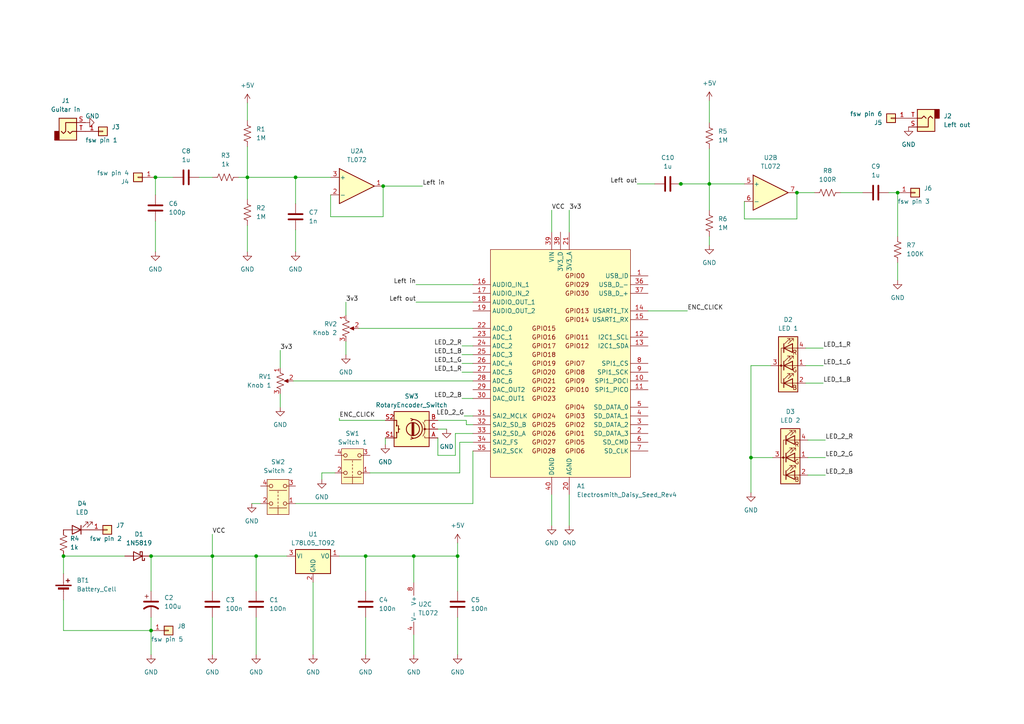
<source format=kicad_sch>
(kicad_sch (version 20230121) (generator eeschema)
  (paper "A4")
  (title_block (title "DaisyPdal") (rev "0.1"))
  (lib_symbols
    (symbol "Amplifier_Operational:TL072" (pin_names (offset 0.127))
      (property "Reference" "U" (at 0 5.08 0))
      (property "Value" "TL072" (at 0 -5.08 0))
      (symbol "TL072_1_1"
        (polyline (pts (xy -5.08 5.08) (xy 5.08 0) (xy -5.08 -5.08) (xy -5.08 5.08)) (stroke (width 0.254)) (fill (type background)))
        (pin output line (at 7.62 0 180) (length 2.54) (name "~") (number "1"))
        (pin input line (at -7.62 -2.54 0) (length 2.54) (name "-") (number "2"))
        (pin input line (at -7.62 2.54 0) (length 2.54) (name "+") (number "3"))
      )
      (symbol "TL072_2_1"
        (polyline (pts (xy -5.08 5.08) (xy 5.08 0) (xy -5.08 -5.08) (xy -5.08 5.08)) (stroke (width 0.254)) (fill (type background)))
        (pin input line (at -7.62 2.54 0) (length 2.54) (name "+") (number "5"))
        (pin input line (at -7.62 -2.54 0) (length 2.54) (name "-") (number "6"))
        (pin output line (at 7.62 0 180) (length 2.54) (name "~") (number "7"))
      )
      (symbol "TL072_3_1"
        (pin power_in line (at -2.54 -7.62 90) (length 3.81) (name "V-") (number "4"))
        (pin power_in line (at -2.54 7.62 270) (length 3.81) (name "V+") (number "8"))
      )
    )
    (symbol "Connector_Audio:AudioJack2"
      (property "Reference" "J" (at 0 8.89 0))
      (property "Value" "AudioJack2" (at 0 6.35 0))
      (symbol "AudioJack2_0_1"
        (rectangle (start -3.81 0) (end -2.54 -2.54) (stroke (width 0.254)) (fill (type outline)))
        (rectangle (start -2.54 3.81) (end 2.54 -2.54) (stroke (width 0.254)) (fill (type background)))
        (polyline (pts (xy 0 0) (xy 0.635 -0.635) (xy 1.27 0) (xy 2.54 0)) (stroke (width 0.254)))
        (polyline (pts (xy 2.54 2.54) (xy -0.635 2.54) (xy -0.635 0) (xy -1.27 -0.635) (xy -1.905 0)) (stroke (width 0.254)))
      )
      (symbol "AudioJack2_1_1"
        (pin passive line (at 5.08 2.54 180) (length 2.54) (name "~") (number "S"))
        (pin passive line (at 5.08 0 180) (length 2.54) (name "~") (number "T"))
      )
    )
    (symbol "Connector_Generic:Conn_01x01" (pin_names (offset 1.016) hide)
      (property "Reference" "J" (at 0 2.54 0))
      (property "Value" "Conn_01x01" (at 0 -2.54 0))
      (symbol "Conn_01x01_1_1"
        (rectangle (start -1.27 0.127) (end 0 -0.127) (stroke (width 0.1524)))
        (rectangle (start -1.27 1.27) (end 1.27 -1.27) (stroke (width 0.254)) (fill (type background)))
        (pin passive line (at -5.08 0 0) (length 3.81) (name "Pin_1") (number "1"))
      )
    )
    (symbol "Device:Battery_Cell" (pin_numbers hide) (pin_names (offset 0) hide)
      (property "Reference" "BT" (at 2.54 2.54 0))
      (property "Value" "Battery_Cell" (at 2.54 0 0))
      (symbol "Battery_Cell_0_1"
        (rectangle (start -2.286 1.778) (end 2.286 1.524) (fill (type outline)))
        (rectangle (start -1.524 1.016) (end 1.524 0.508) (fill (type outline)))
        (polyline (pts (xy 0 0.762) (xy 0 0)))
        (polyline (pts (xy 0 1.778) (xy 0 2.54)))
        (polyline (pts (xy 0.762 3.048) (xy 1.778 3.048)) (stroke (width 0.254)))
        (polyline (pts (xy 1.27 3.556) (xy 1.27 2.54)) (stroke (width 0.254)))
      )
      (symbol "Battery_Cell_1_1"
        (pin passive line (at 0 5.08 270) (length 2.54) (name "+") (number "1"))
        (pin passive line (at 0 -2.54 90) (length 2.54) (name "-") (number "2"))
      )
    )
    (symbol "Device:C" (pin_numbers hide) (pin_names (offset 0.254))
      (property "Reference" "C" (at 0.635 2.54 0))
      (property "Value" "C" (at 0.635 -2.54 0))
      (symbol "C_0_1"
        (polyline (pts (xy -2.032 -0.762) (xy 2.032 -0.762)) (stroke (width 0.508)))
        (polyline (pts (xy -2.032 0.762) (xy 2.032 0.762)) (stroke (width 0.508)))
      )
      (symbol "C_1_1"
        (pin passive line (at 0 3.81 270) (length 2.794) (name "~") (number "1"))
        (pin passive line (at 0 -3.81 90) (length 2.794) (name "~") (number "2"))
      )
    )
    (symbol "Device:C_Polarized_US" (pin_numbers hide) (pin_names (offset 0.254) hide)
      (property "Reference" "C" (at 0.635 2.54 0))
      (property "Value" "C_Polarized_US" (at 0.635 -2.54 0))
      (symbol "C_Polarized_US_0_1"
        (polyline (pts (xy -2.032 0.762) (xy 2.032 0.762)) (stroke (width 0.508)))
        (polyline (pts (xy -1.778 2.286) (xy -0.762 2.286)))
        (polyline (pts (xy -1.27 1.778) (xy -1.27 2.794)))
        (arc (start 2.032 -1.27) (mid 0 -0.5572) (end -2.032 -1.27) (stroke (width 0.508)))
      )
      (symbol "C_Polarized_US_1_1"
        (pin passive line (at 0 3.81 270) (length 2.794) (name "~") (number "1"))
        (pin passive line (at 0 -3.81 90) (length 3.302) (name "~") (number "2"))
      )
    )
    (symbol "Device:LED" (pin_numbers hide) (pin_names (offset 1.016) hide)
      (property "Reference" "D" (at 0 2.54 0))
      (property "Value" "LED" (at 0 -2.54 0))
      (symbol "LED_0_1"
        (polyline (pts (xy -1.27 -1.27) (xy -1.27 1.27)) (stroke (width 0.254)))
        (polyline (pts (xy -1.27 0) (xy 1.27 0)))
        (polyline (pts (xy 1.27 -1.27) (xy 1.27 1.27) (xy -1.27 0) (xy 1.27 -1.27)) (stroke (width 0.254)))
        (polyline (pts (xy -3.048 -0.762) (xy -4.572 -2.286) (xy -3.81 -2.286) (xy -4.572 -2.286) (xy -4.572 -1.524)))
        (polyline (pts (xy -1.778 -0.762) (xy -3.302 -2.286) (xy -2.54 -2.286) (xy -3.302 -2.286) (xy -3.302 -1.524)))
      )
      (symbol "LED_1_1"
        (pin passive line (at -3.81 0 0) (length 2.54) (name "K") (number "1"))
        (pin passive line (at 3.81 0 180) (length 2.54) (name "A") (number "2"))
      )
    )
    (symbol "Device:LED_GBKR" (pin_names (offset 0) hide)
      (property "Reference" "D" (at 0 9.398 0))
      (property "Value" "LED_GBKR" (at 0 -8.89 0))
      (symbol "LED_GBKR_0_0"
        (text "B" (at 1.905 -6.35 0) (effects (font (size 1.27 1.27))))
        (text "G" (at 1.905 -1.27 0) (effects (font (size 1.27 1.27))))
        (text "R" (at 1.905 3.81 0) (effects (font (size 1.27 1.27))))
      )
      (symbol "LED_GBKR_0_1"
        (circle (center -2.032 0) (radius 0.254) (fill (type outline)))
        (polyline (pts (xy -1.27 -5.08) (xy 1.27 -5.08)))
        (polyline (pts (xy -1.27 -3.81) (xy -1.27 -6.35)) (stroke (width 0.254)))
        (polyline (pts (xy -1.27 0) (xy -2.54 0)))
        (polyline (pts (xy -1.27 1.27) (xy -1.27 -1.27)) (stroke (width 0.254)))
        (polyline (pts (xy -1.27 5.08) (xy 1.27 5.08)))
        (polyline (pts (xy -1.27 6.35) (xy -1.27 3.81)) (stroke (width 0.254)))
        (polyline (pts (xy 1.27 -5.08) (xy 2.54 -5.08)))
        (polyline (pts (xy 1.27 0) (xy -1.27 0)))
        (polyline (pts (xy 1.27 0) (xy 2.54 0)))
        (polyline (pts (xy 1.27 5.08) (xy 2.54 5.08)))
        (polyline (pts (xy -1.27 1.27) (xy -1.27 -1.27) (xy -1.27 -1.27)))
        (polyline (pts (xy -1.27 6.35) (xy -1.27 3.81) (xy -1.27 3.81)))
        (polyline (pts (xy -1.27 5.08) (xy -2.032 5.08) (xy -2.032 -5.08) (xy -1.016 -5.08)))
        (polyline (pts (xy 1.27 -3.81) (xy 1.27 -6.35) (xy -1.27 -5.08) (xy 1.27 -3.81)) (stroke (width 0.254)))
        (polyline (pts (xy 1.27 1.27) (xy 1.27 -1.27) (xy -1.27 0) (xy 1.27 1.27)) (stroke (width 0.254)))
        (polyline (pts (xy 1.27 6.35) (xy 1.27 3.81) (xy -1.27 5.08) (xy 1.27 6.35)) (stroke (width 0.254)))
        (polyline (pts (xy -1.016 -3.81) (xy 0.508 -2.286) (xy -0.254 -2.286) (xy 0.508 -2.286) (xy 0.508 -3.048)))
        (polyline (pts (xy -1.016 1.27) (xy 0.508 2.794) (xy -0.254 2.794) (xy 0.508 2.794) (xy 0.508 2.032)))
        (polyline (pts (xy -1.016 6.35) (xy 0.508 7.874) (xy -0.254 7.874) (xy 0.508 7.874) (xy 0.508 7.112)))
        (polyline (pts (xy 0 -3.81) (xy 1.524 -2.286) (xy 0.762 -2.286) (xy 1.524 -2.286) (xy 1.524 -3.048)))
        (polyline (pts (xy 0 1.27) (xy 1.524 2.794) (xy 0.762 2.794) (xy 1.524 2.794) (xy 1.524 2.032)))
        (polyline (pts (xy 0 6.35) (xy 1.524 7.874) (xy 0.762 7.874) (xy 1.524 7.874) (xy 1.524 7.112)))
        (rectangle (start 1.27 -1.27) (end 1.27 1.27))
        (rectangle (start 1.27 1.27) (end 1.27 1.27))
        (rectangle (start 1.27 3.81) (end 1.27 6.35))
        (rectangle (start 1.27 6.35) (end 1.27 6.35))
        (rectangle (start 2.794 8.382) (end -2.794 -7.62) (stroke (width 0.254)) (fill (type background)))
      )
      (symbol "LED_GBKR_1_1"
        (pin passive line (at 5.08 0 180) (length 2.54) (name "GA") (number "1"))
        (pin passive line (at 5.08 -5.08 180) (length 2.54) (name "BA") (number "2"))
        (pin passive line (at -5.08 0 0) (length 2.54) (name "K") (number "3"))
        (pin passive line (at 5.08 5.08 180) (length 2.54) (name "RA") (number "4"))
      )
    )
    (symbol "Device:R_Potentiometer_US" (pin_names (offset 1.016) hide)
      (property "Reference" "RV" (at -4.445 0 90))
      (property "Value" "R_Potentiometer_US" (at -2.54 0 90))
      (symbol "R_Potentiometer_US_0_1"
        (polyline (pts (xy 0 -2.286) (xy 0 -2.54)))
        (polyline (pts (xy 0 2.54) (xy 0 2.286)))
        (polyline (pts (xy 2.54 0) (xy 1.524 0)))
        (polyline (pts (xy 1.143 0) (xy 2.286 0.508) (xy 2.286 -0.508) (xy 1.143 0)) (fill (type outline)))
        (polyline (pts (xy 0 -0.762) (xy 1.016 -1.143) (xy 0 -1.524) (xy -1.016 -1.905) (xy 0 -2.286)))
        (polyline (pts (xy 0 0.762) (xy 1.016 0.381) (xy 0 0) (xy -1.016 -0.381) (xy 0 -0.762)))
        (polyline (pts (xy 0 2.286) (xy 1.016 1.905) (xy 0 1.524) (xy -1.016 1.143) (xy 0 0.762)))
      )
      (symbol "R_Potentiometer_US_1_1"
        (pin passive line (at 0 3.81 270) (length 1.27) (name "1") (number "1"))
        (pin passive line (at 3.81 0 180) (length 1.27) (name "2") (number "2"))
        (pin passive line (at 0 -3.81 90) (length 1.27) (name "3") (number "3"))
      )
    )
    (symbol "Device:R_US" (pin_numbers hide) (pin_names (offset 0))
      (property "Reference" "R" (at 2.54 0 90))
      (property "Value" "R_US" (at -2.54 0 90))
      (symbol "R_US_0_1"
        (polyline (pts (xy 0 -2.286) (xy 0 -2.54)))
        (polyline (pts (xy 0 2.286) (xy 0 2.54)))
        (polyline (pts (xy 0 -0.762) (xy 1.016 -1.143) (xy 0 -1.524) (xy -1.016 -1.905) (xy 0 -2.286)))
        (polyline (pts (xy 0 0.762) (xy 1.016 0.381) (xy 0 0) (xy -1.016 -0.381) (xy 0 -0.762)))
        (polyline (pts (xy 0 2.286) (xy 1.016 1.905) (xy 0 1.524) (xy -1.016 1.143) (xy 0 0.762)))
      )
      (symbol "R_US_1_1"
        (pin passive line (at 0 3.81 270) (length 1.27) (name "~") (number "1"))
        (pin passive line (at 0 -3.81 90) (length 1.27) (name "~") (number "2"))
      )
    )
    (symbol "Device:RotaryEncoder_Switch" (pin_names (offset 0.254) hide)
      (property "Reference" "SW" (at 0 6.604 0))
      (property "Value" "RotaryEncoder_Switch" (at 0 -6.604 0))
      (symbol "RotaryEncoder_Switch_0_1"
        (rectangle (start -5.08 5.08) (end 5.08 -5.08) (stroke (width 0.254)) (fill (type background)))
        (circle (center -3.81 0) (radius 0.254) (fill (type outline)))
        (circle (center -0.381 0) (radius 1.905) (stroke (width 0.254)))
        (arc (start -0.381 2.667) (mid -3.0988 -0.0635) (end -0.381 -2.794) (stroke (width 0.254)))
        (polyline (pts (xy -0.635 -1.778) (xy -0.635 1.778)) (stroke (width 0.254)))
        (polyline (pts (xy -0.381 -1.778) (xy -0.381 1.778)) (stroke (width 0.254)))
        (polyline (pts (xy -0.127 1.778) (xy -0.127 -1.778)) (stroke (width 0.254)))
        (polyline (pts (xy 3.81 0) (xy 3.429 0)) (stroke (width 0.254)))
        (polyline (pts (xy 3.81 1.016) (xy 3.81 -1.016)) (stroke (width 0.254)))
        (polyline (pts (xy -5.08 -2.54) (xy -3.81 -2.54) (xy -3.81 -2.032)))
        (polyline (pts (xy -5.08 2.54) (xy -3.81 2.54) (xy -3.81 2.032)))
        (polyline (pts (xy 0.254 -3.048) (xy -0.508 -2.794) (xy 0.127 -2.413)) (stroke (width 0.254)))
        (polyline (pts (xy 0.254 2.921) (xy -0.508 2.667) (xy 0.127 2.286)) (stroke (width 0.254)))
        (polyline (pts (xy 5.08 -2.54) (xy 4.318 -2.54) (xy 4.318 -1.016)) (stroke (width 0.254)))
        (polyline (pts (xy 5.08 2.54) (xy 4.318 2.54) (xy 4.318 1.016)) (stroke (width 0.254)))
        (polyline (pts (xy -5.08 0) (xy -3.81 0) (xy -3.81 -1.016) (xy -3.302 -2.032)))
        (polyline (pts (xy -4.318 0) (xy -3.81 0) (xy -3.81 1.016) (xy -3.302 2.032)))
        (circle (center 4.318 -1.016) (radius 0.127) (stroke (width 0.254)))
        (circle (center 4.318 1.016) (radius 0.127) (stroke (width 0.254)))
      )
      (symbol "RotaryEncoder_Switch_1_1"
        (pin passive line (at -7.62 2.54 0) (length 2.54) (name "A") (number "A"))
        (pin passive line (at -7.62 -2.54 0) (length 2.54) (name "B") (number "B"))
        (pin passive line (at -7.62 0 0) (length 2.54) (name "C") (number "C"))
        (pin passive line (at 7.62 2.54 180) (length 2.54) (name "S1") (number "S1"))
        (pin passive line (at 7.62 -2.54 180) (length 2.54) (name "S2") (number "S2"))
      )
    )
    (symbol "Diode:1N5819" (pin_numbers hide) (pin_names (offset 1.016) hide)
      (property "Reference" "D" (at 0 2.54 0))
      (property "Value" "1N5819" (at 0 -2.54 0))
      (symbol "1N5819_0_1"
        (polyline (pts (xy 1.27 0) (xy -1.27 0)))
        (polyline (pts (xy 1.27 1.27) (xy 1.27 -1.27) (xy -1.27 0) (xy 1.27 1.27)) (stroke (width 0.254)))
        (polyline (pts (xy -1.905 0.635) (xy -1.905 1.27) (xy -1.27 1.27) (xy -1.27 -1.27) (xy -0.635 -1.27) (xy -0.635 -0.635)) (stroke (width 0.254)))
      )
      (symbol "1N5819_1_1"
        (pin passive line (at -3.81 0 0) (length 2.54) (name "K") (number "1"))
        (pin passive line (at 3.81 0 180) (length 2.54) (name "A") (number "2"))
      )
    )
    (symbol "MCU_Module:Electrosmith_Daisy_Seed_Rev4"
      (property "Reference" "A" (at -20.32 34.29 0))
      (property "Value" "Electrosmith_Daisy_Seed_Rev4" (at 33.02 34.29 0))
      (symbol "Electrosmith_Daisy_Seed_Rev4_0_0"
        (text "GPIO0" (at 1.27 25.4 0) (effects (font (size 1.27 1.27)) (justify left)))
        (text "GPIO1" (at 1.27 -20.32 0) (effects (font (size 1.27 1.27)) (justify left)))
        (text "GPIO10" (at 1.27 -7.62 0) (effects (font (size 1.27 1.27)) (justify left)))
        (text "GPIO11" (at 1.27 7.62 0) (effects (font (size 1.27 1.27)) (justify left)))
        (text "GPIO12" (at 1.27 5.08 0) (effects (font (size 1.27 1.27)) (justify left)))
        (text "GPIO13" (at 1.27 15.24 0) (effects (font (size 1.27 1.27)) (justify left)))
        (text "GPIO14" (at 1.27 12.7 0) (effects (font (size 1.27 1.27)) (justify left)))
        (text "GPIO15" (at -1.27 10.16 0) (effects (font (size 1.27 1.27)) (justify right)))
        (text "GPIO16" (at -1.27 7.62 0) (effects (font (size 1.27 1.27)) (justify right)))
        (text "GPIO17" (at -1.27 5.08 0) (effects (font (size 1.27 1.27)) (justify right)))
        (text "GPIO18" (at -1.27 2.54 0) (effects (font (size 1.27 1.27)) (justify right)))
        (text "GPIO19" (at -1.27 0 0) (effects (font (size 1.27 1.27)) (justify right)))
        (text "GPIO2" (at 1.27 -17.78 0) (effects (font (size 1.27 1.27)) (justify left)))
        (text "GPIO20" (at -1.27 -2.54 0) (effects (font (size 1.27 1.27)) (justify right)))
        (text "GPIO21" (at -1.27 -5.08 0) (effects (font (size 1.27 1.27)) (justify right)))
        (text "GPIO22" (at -1.27 -7.62 0) (effects (font (size 1.27 1.27)) (justify right)))
        (text "GPIO23" (at -1.27 -10.16 0) (effects (font (size 1.27 1.27)) (justify right)))
        (text "GPIO24" (at -1.27 -15.24 0) (effects (font (size 1.27 1.27)) (justify right)))
        (text "GPIO25" (at -1.27 -17.78 0) (effects (font (size 1.27 1.27)) (justify right)))
        (text "GPIO26" (at -1.27 -20.32 0) (effects (font (size 1.27 1.27)) (justify right)))
        (text "GPIO27" (at -1.27 -22.86 0) (effects (font (size 1.27 1.27)) (justify right)))
        (text "GPIO28" (at -1.27 -25.4 0) (effects (font (size 1.27 1.27)) (justify right)))
        (text "GPIO29" (at 1.27 22.86 0) (effects (font (size 1.27 1.27)) (justify left)))
        (text "GPIO3" (at 1.27 -15.24 0) (effects (font (size 1.27 1.27)) (justify left)))
        (text "GPIO30" (at 1.27 20.32 0) (effects (font (size 1.27 1.27)) (justify left)))
        (text "GPIO4" (at 1.27 -12.7 0) (effects (font (size 1.27 1.27)) (justify left)))
        (text "GPIO5" (at 1.27 -22.86 0) (effects (font (size 1.27 1.27)) (justify left)))
        (text "GPIO6" (at 1.27 -25.4 0) (effects (font (size 1.27 1.27)) (justify left)))
        (text "GPIO7" (at 1.27 0 0) (effects (font (size 1.27 1.27)) (justify left)))
        (text "GPIO8" (at 1.27 -2.54 0) (effects (font (size 1.27 1.27)) (justify left)))
        (text "GPIO9" (at 1.27 -5.08 0) (effects (font (size 1.27 1.27)) (justify left)))
        (pin bidirectional line (at 25.4 25.4 180) (length 5.08) (name "USB_ID") (number "1"))
        (pin bidirectional line (at 25.4 -5.08 180) (length 5.08) (name "SPI1_POCI") (number "10"))
        (pin bidirectional line (at 25.4 -7.62 180) (length 5.08) (name "SPI1_PICO") (number "11"))
        (pin bidirectional line (at 25.4 7.62 180) (length 5.08) (name "I2C1_SCL") (number "12"))
        (pin bidirectional line (at 25.4 5.08 180) (length 5.08) (name "I2C1_SDA") (number "13"))
        (pin bidirectional line (at 25.4 15.24 180) (length 5.08) (name "USART1_TX") (number "14"))
        (pin bidirectional line (at 25.4 12.7 180) (length 5.08) (name "USART1_RX") (number "15"))
        (pin input line (at -25.4 22.86 0) (length 5.08) (name "AUDIO_IN_1") (number "16"))
        (pin input line (at -25.4 20.32 0) (length 5.08) (name "AUDIO_IN_2") (number "17"))
        (pin output line (at -25.4 17.78 0) (length 5.08) (name "AUDIO_OUT_1") (number "18"))
        (pin output line (at -25.4 15.24 0) (length 5.08) (name "AUDIO_OUT_2") (number "19"))
        (pin bidirectional line (at 25.4 -20.32 180) (length 5.08) (name "SD_DATA_3") (number "2"))
        (pin power_in line (at 2.54 -38.1 90) (length 5.08) (name "AGND") (number "20"))
        (pin power_out line (at 2.54 38.1 270) (length 5.08) (name "3V3_A") (number "21"))
        (pin bidirectional line (at -25.4 10.16 0) (length 5.08) (name "ADC_0") (number "22"))
        (pin bidirectional line (at -25.4 7.62 0) (length 5.08) (name "ADC_1") (number "23"))
        (pin bidirectional line (at -25.4 5.08 0) (length 5.08) (name "ADC_2") (number "24"))
        (pin bidirectional line (at -25.4 2.54 0) (length 5.08) (name "ADC_3") (number "25"))
        (pin bidirectional line (at -25.4 0 0) (length 5.08) (name "ADC_4") (number "26"))
        (pin bidirectional line (at -25.4 -2.54 0) (length 5.08) (name "ADC_5") (number "27"))
        (pin bidirectional line (at -25.4 -5.08 0) (length 5.08) (name "ADC_6") (number "28"))
        (pin bidirectional line (at -25.4 -7.62 0) (length 5.08) (name "DAC_OUT2") (number "29"))
        (pin bidirectional line (at 25.4 -17.78 180) (length 5.08) (name "SD_DATA_2") (number "3"))
        (pin bidirectional line (at -25.4 -10.16 0) (length 5.08) (name "DAC_OUT1") (number "30"))
        (pin bidirectional line (at -25.4 -15.24 0) (length 5.08) (name "SAI2_MCLK") (number "31"))
        (pin bidirectional line (at -25.4 -17.78 0) (length 5.08) (name "SAI2_SD_B") (number "32"))
        (pin bidirectional line (at -25.4 -20.32 0) (length 5.08) (name "SAI2_SD_A") (number "33"))
        (pin bidirectional line (at -25.4 -22.86 0) (length 5.08) (name "SAI2_FS") (number "34"))
        (pin bidirectional line (at -25.4 -25.4 0) (length 5.08) (name "SAI2_SCK") (number "35"))
        (pin bidirectional line (at 25.4 22.86 180) (length 5.08) (name "USB_D_-") (number "36"))
        (pin bidirectional line (at 25.4 20.32 180) (length 5.08) (name "USB_D_+") (number "37"))
        (pin power_out line (at 0 38.1 270) (length 5.08) (name "3V3_D") (number "38"))
        (pin power_in line (at -2.54 38.1 270) (length 5.08) (name "VIN") (number "39"))
        (pin bidirectional line (at 25.4 -15.24 180) (length 5.08) (name "SD_DATA_1") (number "4"))
        (pin power_in line (at -2.54 -38.1 90) (length 5.08) (name "DGND") (number "40"))
        (pin bidirectional line (at 25.4 -12.7 180) (length 5.08) (name "SD_DATA_0") (number "5"))
        (pin bidirectional line (at 25.4 -22.86 180) (length 5.08) (name "SD_CMD") (number "6"))
        (pin bidirectional line (at 25.4 -25.4 180) (length 5.08) (name "SD_CLK") (number "7"))
        (pin bidirectional line (at 25.4 0 180) (length 5.08) (name "SPI1_CS") (number "8"))
        (pin bidirectional line (at 25.4 -2.54 180) (length 5.08) (name "SPI1_SCK") (number "9"))
      )
      (symbol "Electrosmith_Daisy_Seed_Rev4_0_1"
        (rectangle (start -20.32 33.02) (end 20.32 -33.02) (fill (type background)))
      )
    )
    (symbol "Regulator_Linear:L78L05_TO92" (pin_names (offset 0.254))
      (property "Reference" "U" (at -3.81 3.175 0))
      (property "Value" "L78L05_TO92" (at 0 3.175 0))
      (symbol "L78L05_TO92_0_1"
        (rectangle (start -5.08 -5.08) (end 5.08 1.905) (stroke (width 0.254)) (fill (type background)))
      )
      (symbol "L78L05_TO92_1_1"
        (pin power_out line (at 7.62 0 180) (length 2.54) (name "VO") (number "1"))
        (pin power_in line (at 0 -7.62 90) (length 2.54) (name "GND") (number "2"))
        (pin power_in line (at -7.62 0 0) (length 2.54) (name "VI") (number "3"))
      )
    )
    (symbol "Switch:SW_Push_Dual" (pin_names (offset 1.016) hide)
      (property "Reference" "SW" (at 0 7.62 0))
      (property "Value" "SW_Push_Dual" (at 0 -6.35 0))
      (symbol "SW_Push_Dual_0_1"
        (circle (center -2.032 -2.54) (radius 0.508))
        (circle (center -2.032 2.54) (radius 0.508))
        (polyline (pts (xy 0 -0.508) (xy 0 -1.016)))
        (polyline (pts (xy 0 0.508) (xy 0 0)))
        (polyline (pts (xy 0 1.016) (xy 0 1.524)))
        (polyline (pts (xy 0 2.032) (xy 0 2.54)))
        (polyline (pts (xy 0 3.048) (xy 0 3.556)))
        (polyline (pts (xy 0 3.81) (xy 0 5.588)))
        (polyline (pts (xy 2.54 -1.27) (xy -2.54 -1.27)))
        (polyline (pts (xy 2.54 3.81) (xy -2.54 3.81)))
        (circle (center 2.032 -2.54) (radius 0.508))
        (circle (center 2.032 2.54) (radius 0.508))
        (pin passive line (at -5.08 2.54 0) (length 2.54) (name "1") (number "1"))
        (pin passive line (at 5.08 2.54 180) (length 2.54) (name "2") (number "2"))
        (pin passive line (at -5.08 -2.54 0) (length 2.54) (name "3") (number "3"))
        (pin passive line (at 5.08 -2.54 180) (length 2.54) (name "4") (number "4"))
      )
      (symbol "SW_Push_Dual_1_1"
        (rectangle (start -3.175 5.715) (end 3.175 -4.445) (fill (type background)))
      )
    )
    (symbol "power:+5V" (power) (pin_names (offset 0))
      (property "Value" "+5V" (at 0 3.556 0))
      (symbol "+5V_0_1"
        (polyline (pts (xy -0.762 1.27) (xy 0 2.54)))
        (polyline (pts (xy 0 0) (xy 0 2.54)))
        (polyline (pts (xy 0 2.54) (xy 0.762 1.27)))
      )
      (symbol "+5V_1_1"
        (pin power_in line (at 0 0 90) (length 0) hide (name "+5V") (number "1"))
      )
    )
    (symbol "power:GND" (power) (pin_names (offset 0))
      (property "Value" "GND" (at 0 -3.81 0))
      (symbol "GND_0_1"
        (polyline (pts (xy 0 0) (xy 0 -1.27) (xy 1.27 -1.27) (xy 0 -2.54) (xy -1.27 -1.27) (xy 0 -1.27)))
      )
      (symbol "GND_1_1"
        (pin power_in line (at 0 0 270) (length 0) hide (name "GND") (number "1"))
      )
    )
  )
  (junction (at 71.755 51.435))
  (junction (at 197.485 53.34))
  (junction (at 231.14 55.88))
  (junction (at 45.085 51.435))
  (junction (at 205.74 53.34))
  (junction (at 217.805 132.715))
  (junction (at 43.815 161.29))
  (junction (at 18.415 161.29))
  (junction (at 61.595 161.29))
  (junction (at 260.35 55.88))
  (junction (at 132.715 161.29))
  (junction (at 85.725 51.435))
  (junction (at 106.045 161.29))
  (junction (at 74.295 161.29))
  (junction (at 111.125 53.975))
  (junction (at 43.815 182.88))
  (junction (at 120.015 161.29))
  (wire (pts (xy 215.9 63.5) (xy 215.9 58.42)))
  (wire (pts (xy 133.985 105.41) (xy 137.16 105.41)))
  (wire (pts (xy 231.14 55.88) (xy 236.22 55.88)))
  (wire (pts (xy 243.84 55.88) (xy 250.19 55.88)))
  (wire (pts (xy 120.015 161.29) (xy 132.715 161.29)))
  (wire (pts (xy 137.16 128.27) (xy 133.35 128.27)))
  (wire (pts (xy 133.985 107.95) (xy 137.16 107.95)))
  (wire (pts (xy 127 127) (xy 127 132.08)))
  (wire (pts (xy 234.315 132.715) (xy 239.395 132.715)))
  (wire (pts (xy 18.415 182.88) (xy 43.815 182.88)))
  (wire (pts (xy 132.715 157.48) (xy 132.715 161.29)))
  (wire (pts (xy 98.425 121.285) (xy 98.425 121.92)))
  (wire (pts (xy 197.485 53.34) (xy 205.74 53.34)))
  (wire (pts (xy 18.415 166.37) (xy 18.415 161.29)))
  (wire (pts (xy 133.985 100.33) (xy 137.16 100.33)))
  (wire (pts (xy 184.785 53.34) (xy 189.865 53.34)))
  (wire (pts (xy 43.815 179.07) (xy 43.815 182.88)))
  (wire (pts (xy 205.74 29.21) (xy 205.74 35.56)))
  (wire (pts (xy 98.425 161.29) (xy 106.045 161.29)))
  (wire (pts (xy 234.315 127.635) (xy 239.395 127.635)))
  (wire (pts (xy 71.755 29.845) (xy 71.755 34.925)))
  (wire (pts (xy 160.02 60.96) (xy 160.02 67.31)))
  (wire (pts (xy 233.68 106.045) (xy 238.76 106.045)))
  (wire (pts (xy 127 121.92) (xy 135.255 121.92)))
  (wire (pts (xy 43.815 182.88) (xy 43.815 189.865)))
  (wire (pts (xy 233.68 100.965) (xy 238.76 100.965)))
  (wire (pts (xy 61.595 179.07) (xy 61.595 189.865)))
  (wire (pts (xy 45.085 51.435) (xy 45.085 56.515)))
  (wire (pts (xy 205.74 68.58) (xy 205.74 71.12)))
  (wire (pts (xy 85.09 110.49) (xy 137.16 110.49)))
  (wire (pts (xy 132.08 125.73) (xy 137.16 125.73)))
  (wire (pts (xy 81.28 114.3) (xy 81.28 118.11)))
  (wire (pts (xy 73.025 146.05) (xy 75.565 146.05)))
  (wire (pts (xy 100.33 87.63) (xy 100.33 91.44)))
  (wire (pts (xy 217.805 132.715) (xy 224.155 132.715)))
  (wire (pts (xy 104.14 95.25) (xy 137.16 95.25)))
  (wire (pts (xy 90.805 168.91) (xy 90.805 189.865)))
  (wire (pts (xy 196.85 53.34) (xy 197.485 53.34)))
  (wire (pts (xy 61.595 161.29) (xy 74.295 161.29)))
  (wire (pts (xy 205.74 53.34) (xy 215.9 53.34)))
  (wire (pts (xy 260.35 68.58) (xy 260.35 55.88)))
  (wire (pts (xy 135.255 123.19) (xy 135.255 121.92)))
  (wire (pts (xy 43.815 161.29) (xy 61.595 161.29)))
  (wire (pts (xy 111.76 127) (xy 111.76 128.905)))
  (wire (pts (xy 217.805 106.045) (xy 217.805 132.715)))
  (wire (pts (xy 45.085 51.435) (xy 50.165 51.435)))
  (wire (pts (xy 187.96 90.17) (xy 199.39 90.17)))
  (wire (pts (xy 85.725 51.435) (xy 71.755 51.435)))
  (wire (pts (xy 61.595 161.29) (xy 61.595 171.45)))
  (wire (pts (xy 132.715 179.07) (xy 132.715 189.865)))
  (wire (pts (xy 205.74 43.18) (xy 205.74 53.34)))
  (wire (pts (xy 57.785 51.435) (xy 61.595 51.435)))
  (wire (pts (xy 231.14 55.88) (xy 231.14 63.5)))
  (wire (pts (xy 18.415 173.99) (xy 18.415 182.88)))
  (wire (pts (xy 132.08 125.73) (xy 132.08 132.08)))
  (wire (pts (xy 132.715 161.29) (xy 132.715 171.45)))
  (wire (pts (xy 133.985 102.87) (xy 137.16 102.87)))
  (wire (pts (xy 95.885 56.515) (xy 95.885 62.865)))
  (wire (pts (xy 160.02 143.51) (xy 160.02 152.4)))
  (wire (pts (xy 107.315 137.16) (xy 133.35 137.16)))
  (wire (pts (xy 43.815 161.29) (xy 43.815 171.45)))
  (wire (pts (xy 81.28 101.6) (xy 81.28 106.68)))
  (wire (pts (xy 85.725 146.05) (xy 137.16 146.05)))
  (wire (pts (xy 257.81 55.88) (xy 260.35 55.88)))
  (wire (pts (xy 74.295 179.07) (xy 74.295 189.865)))
  (wire (pts (xy 205.74 53.34) (xy 205.74 60.96)))
  (wire (pts (xy 165.1 143.51) (xy 165.1 152.4)))
  (wire (pts (xy 120.65 87.63) (xy 137.16 87.63)))
  (wire (pts (xy 45.085 64.135) (xy 45.085 73.025)))
  (wire (pts (xy 71.755 42.545) (xy 71.755 51.435)))
  (wire (pts (xy 111.76 121.92) (xy 98.425 121.92)))
  (wire (pts (xy 74.295 161.29) (xy 83.185 161.29)))
  (wire (pts (xy 132.08 132.08) (xy 127 132.08)))
  (wire (pts (xy 71.755 65.405) (xy 71.755 73.025)))
  (wire (pts (xy 260.35 76.2) (xy 260.35 81.28)))
  (wire (pts (xy 223.52 106.045) (xy 217.805 106.045)))
  (wire (pts (xy 165.1 60.96) (xy 165.1 67.31)))
  (wire (pts (xy 127 124.46) (xy 129.54 124.46)))
  (wire (pts (xy 71.755 51.435) (xy 71.755 57.785)))
  (wire (pts (xy 61.595 154.94) (xy 61.595 161.29)))
  (wire (pts (xy 85.725 59.055) (xy 85.725 51.435)))
  (wire (pts (xy 234.315 137.795) (xy 239.395 137.795)))
  (wire (pts (xy 231.14 63.5) (xy 215.9 63.5)))
  (wire (pts (xy 133.35 128.27) (xy 133.35 137.16)))
  (wire (pts (xy 217.805 142.875) (xy 217.805 132.715)))
  (wire (pts (xy 111.125 53.975) (xy 122.555 53.975)))
  (wire (pts (xy 111.125 53.975) (xy 111.125 62.865)))
  (wire (pts (xy 120.65 82.55) (xy 137.16 82.55)))
  (wire (pts (xy 120.015 184.15) (xy 120.015 189.865)))
  (wire (pts (xy 69.215 51.435) (xy 71.755 51.435)))
  (wire (pts (xy 85.725 66.675) (xy 85.725 73.025)))
  (wire (pts (xy 137.16 130.81) (xy 137.16 146.05)))
  (wire (pts (xy 85.725 51.435) (xy 95.885 51.435)))
  (wire (pts (xy 106.045 161.29) (xy 106.045 171.45)))
  (wire (pts (xy 133.985 115.57) (xy 137.16 115.57)))
  (wire (pts (xy 120.015 161.29) (xy 120.015 168.91)))
  (wire (pts (xy 106.045 161.29) (xy 120.015 161.29)))
  (wire (pts (xy 100.33 99.06) (xy 100.33 102.87)))
  (wire (pts (xy 137.16 123.19) (xy 135.255 123.19)))
  (wire (pts (xy 106.045 179.07) (xy 106.045 189.865)))
  (wire (pts (xy 95.885 62.865) (xy 111.125 62.865)))
  (wire (pts (xy 134.62 120.65) (xy 137.16 120.65)))
  (wire (pts (xy 97.155 137.16) (xy 93.345 137.16)))
  (wire (pts (xy 93.345 137.16) (xy 93.345 139.065)))
  (wire (pts (xy 74.295 161.29) (xy 74.295 171.45)))
  (wire (pts (xy 18.415 161.29) (xy 36.195 161.29)))
  (wire (pts (xy 233.68 111.125) (xy 238.76 111.125)))
  (label "VCC" (at 160.02 60.96 0))
  (label "LED_2_R" (at 133.985 100.33 180))
  (label "ENC_CLICK" (at 98.425 121.285 0))
  (label "Left out" (at 184.785 53.34 180))
  (label "LED_2_B" (at 239.395 137.795 0))
  (label "LED_1_G" (at 133.985 105.41 180))
  (label "LED_2_R" (at 239.395 127.635 0))
  (label "LED_2_G" (at 239.395 132.715 0))
  (label "3v3" (at 165.1 60.96 0))
  (label "LED_2_G" (at 134.62 120.65 180))
  (label "VCC" (at 61.595 154.94 0))
  (label "LED_1_R" (at 133.985 107.95 180))
  (label "LED_1_B" (at 133.985 102.87 180))
  (label "Left in" (at 122.555 53.975 0))
  (label "Left in" (at 120.65 82.55 180))
  (label "ENC_CLICK" (at 199.39 90.17 0))
  (label "Left out" (at 120.65 87.63 180))
  (label "3v3" (at 81.28 101.6 0))
  (label "LED_1_G" (at 238.76 106.045 0))
  (label "LED_2_B" (at 133.985 115.57 180))
  (label "LED_1_R" (at 238.76 100.965 0))
  (label "3v3" (at 100.33 87.63 0))
  (label "LED_1_B" (at 238.76 111.125 0))
  (symbol (lib_id "Device:R_US") (at 240.03 55.88 90) (unit 1)
    (property "Reference" "R8" (at 240.03 49.53 90))
    (property "Value" "100R" (at 240.03 52.07 90))
    (property "Footprint" "Resistor_THT:R_Axial_DIN0207_L6.3mm_D2.5mm_P10.16mm_Horizontal" (effects hide))
  )
  (symbol (lib_id "power:GND") (at 73.025 146.05 0) (unit 1)
    (property "Reference" "#PWR020" (effects hide))
    (property "Value" "GND" (at 73.025 151.13 0))
  )
  (symbol (lib_id "Device:RotaryEncoder_Switch") (at 119.38 124.46 180) (unit 1)
    (property "Reference" "SW3" (at 119.38 114.935 0))
    (property "Value" "RotaryEncoder_Switch" (at 119.38 117.475 0))
    (property "Footprint" "Rotary_Encoder:RotaryEncoder_Alps_EC12E-Switch_Vertical_H20mm" (effects hide))
  )
  (symbol (lib_id "Device:R_US") (at 71.755 38.735 0) (unit 1)
    (property "Reference" "R1" (at 74.295 37.465 0) (effects (justify left)))
    (property "Value" "1M" (at 74.295 40.005 0) (effects (justify left)))
    (property "Footprint" "Resistor_THT:R_Axial_DIN0207_L6.3mm_D2.5mm_P10.16mm_Horizontal" (effects hide))
  )
  (symbol (lib_id "Device:C") (at 193.675 53.34 90) (unit 1)
    (property "Reference" "C10" (at 193.675 45.72 90))
    (property "Value" "1u" (at 193.675 48.26 90))
    (property "Footprint" "Capacitor_THT:C_Rect_L9.0mm_W2.5mm_P7.50mm_MKT" (effects hide))
  )
  (symbol (lib_id "power:GND") (at 120.015 189.865 0) (unit 1)
    (property "Reference" "#PWR09" (effects hide))
    (property "Value" "GND" (at 120.015 194.945 0))
  )
  (symbol (lib_id "Device:C") (at 85.725 62.865 0) (unit 1)
    (property "Reference" "C7" (at 89.535 61.595 0) (effects (justify left)))
    (property "Value" "1n" (at 89.535 64.135 0) (effects (justify left)))
    (property "Footprint" "Capacitor_THT:C_Rect_L9.0mm_W2.5mm_P7.50mm_MKT" (effects hide))
  )
  (symbol (lib_id "Connector_Generic:Conn_01x01") (at 48.895 182.88 0) (unit 1)
    (property "Reference" "J8" (at 51.435 181.61 0) (effects (justify left)))
    (property "Value" "fsw pin 5" (at 43.815 185.42 0) (effects (justify left)))
    (property "Footprint" "Connector_Wire:SolderWire-0.75sqmm_1x01_D1.25mm_OD3.5mm" (effects hide))
  )
  (symbol (lib_id "Amplifier_Operational:TL072") (at 103.505 53.975 0) (unit 1)
    (property "Reference" "U2" (at 103.505 43.815 0))
    (property "Value" "TL072" (at 103.505 46.355 0))
    (property "Footprint" "Package_DIP:DIP-8_W7.62mm_Socket" (effects hide))
    (property "Datasheet" "http://www.ti.com/lit/ds/symlink/tl071.pdf" (effects hide))
  )
  (symbol (lib_id "power:GND") (at 85.725 73.025 0) (unit 1)
    (property "Reference" "#PWR012" (effects hide))
    (property "Value" "GND" (at 85.725 78.105 0))
  )
  (symbol (lib_id "power:GND") (at 205.74 71.12 0) (unit 1)
    (property "Reference" "#PWR016" (effects hide))
    (property "Value" "GND" (at 205.74 76.2 0))
  )
  (symbol (lib_id "power:GND") (at 93.345 139.065 0) (unit 1)
    (property "Reference" "#PWR019" (effects hide))
    (property "Value" "GND" (at 93.345 144.145 0))
  )
  (symbol (lib_id "power:GND") (at 45.085 73.025 0) (unit 1)
    (property "Reference" "#PWR02" (effects hide))
    (property "Value" "GND" (at 45.085 78.105 0))
  )
  (symbol (lib_id "Device:C") (at 106.045 175.26 180) (unit 1)
    (property "Reference" "C4" (at 109.855 173.99 0) (effects (justify right)))
    (property "Value" "100n" (at 109.855 176.53 0) (effects (justify right)))
    (property "Footprint" "Capacitor_THT:C_Rect_L9.0mm_W2.5mm_P7.50mm_MKT" (effects hide))
  )
  (symbol (lib_id "Device:R_US") (at 71.755 61.595 0) (unit 1)
    (property "Reference" "R2" (at 74.295 60.325 0) (effects (justify left)))
    (property "Value" "1M" (at 74.295 62.865 0) (effects (justify left)))
    (property "Footprint" "Resistor_THT:R_Axial_DIN0207_L6.3mm_D2.5mm_P10.16mm_Horizontal" (effects hide))
  )
  (symbol (lib_id "power:GND") (at 129.54 124.46 0) (unit 1)
    (property "Reference" "#PWR023" (effects hide))
    (property "Value" "GND" (at 129.54 129.54 0))
  )
  (symbol (lib_id "power:GND") (at 74.295 189.865 0) (unit 1)
    (property "Reference" "#PWR06" (effects hide))
    (property "Value" "GND" (at 74.295 194.945 0))
  )
  (symbol (lib_id "Device:R_Potentiometer_US") (at 100.33 95.25 0) (unit 1)
    (property "Reference" "RV2" (at 97.79 93.98 0) (effects (justify right)))
    (property "Value" "Knob 2" (at 97.79 96.52 0) (effects (justify right)))
    (property "Footprint" "Potentiometer_THT:Potentiometer_Alps_RK09K_Single_Vertical" (effects hide))
  )
  (symbol (lib_id "power:GND") (at 132.715 189.865 0) (unit 1)
    (property "Reference" "#PWR010" (effects hide))
    (property "Value" "GND" (at 132.715 194.945 0))
  )
  (symbol (lib_id "Connector_Generic:Conn_01x01") (at 265.43 55.88 0) (unit 1)
    (property "Reference" "J6" (at 267.97 54.61 0) (effects (justify left)))
    (property "Value" "fsw pin 3" (at 260.35 58.42 0) (effects (justify left)))
    (property "Footprint" "Connector_Wire:SolderWire-0.75sqmm_1x01_D1.25mm_OD3.5mm" (effects hide))
  )
  (symbol (lib_id "Switch:SW_Push_Dual") (at 80.645 143.51 180) (unit 1)
    (property "Reference" "SW2" (at 80.645 133.985 0))
    (property "Value" "Switch 2" (at 80.645 136.525 0))
    (property "Footprint" "Button_Switch_THT:SW_CW_GPTS203211B_1 podal" (effects hide))
  )
  (symbol (lib_id "power:GND") (at 106.045 189.865 0) (unit 1)
    (property "Reference" "#PWR08" (effects hide))
    (property "Value" "GND" (at 106.045 194.945 0))
  )
  (symbol (lib_id "power:+5V") (at 71.755 29.845 0) (unit 1)
    (property "Reference" "#PWR013" (effects hide))
    (property "Value" "+5V" (at 71.755 24.765 0))
  )
  (symbol (lib_id "Device:Battery_Cell") (at 18.415 171.45 0) (unit 1)
    (property "Reference" "BT1" (at 22.225 168.3385 0) (effects (justify left)))
    (property "Value" "Battery_Cell" (at 22.225 170.8785 0) (effects (justify left)))
    (property "Footprint" "Connector_BarrelJack:BarrelJack_Horizontal" (effects hide))
  )
  (symbol (lib_id "power:GND") (at 43.815 189.865 0) (unit 1)
    (property "Reference" "#PWR01" (effects hide))
    (property "Value" "GND" (at 43.815 194.945 0))
  )
  (symbol (lib_id "power:+5V") (at 132.715 157.48 0) (unit 1)
    (property "Reference" "#PWR011" (effects hide))
    (property "Value" "+5V" (at 132.715 152.4 0))
  )
  (symbol (lib_id "Device:C_Polarized_US") (at 43.815 175.26 0) (unit 1)
    (property "Reference" "C2" (at 47.625 173.355 0) (effects (justify left)))
    (property "Value" "100u" (at 47.625 175.895 0) (effects (justify left)))
    (property "Footprint" "Capacitor_THT:C_Radial_D10.0mm_H16.0mm_P5.00mm" (effects hide))
  )
  (symbol (lib_id "Regulator_Linear:L78L05_TO92") (at 90.805 161.29 0) (unit 1)
    (property "Reference" "U1" (at 90.805 154.94 0))
    (property "Value" "L78L05_TO92" (at 90.805 157.48 0))
    (property "Footprint" "Package_TO_SOT_THT:TO-92_Inline" (effects hide))
    (property "Datasheet" "http://www.st.com/content/ccc/resource/technical/document/datasheet/15/55/e5/aa/23/5b/43/fd/CD00000446.pdf/files/CD00000446.pdf/jcr:content/translations/en.CD00000446.pdf" (effects hide))
  )
  (symbol (lib_id "power:GND") (at 61.595 189.865 0) (unit 1)
    (property "Reference" "#PWR05" (effects hide))
    (property "Value" "GND" (at 61.595 194.945 0))
  )
  (symbol (lib_id "Device:C") (at 132.715 175.26 180) (unit 1)
    (property "Reference" "C5" (at 136.525 173.99 0) (effects (justify right)))
    (property "Value" "100n" (at 136.525 176.53 0) (effects (justify right)))
    (property "Footprint" "Capacitor_THT:C_Rect_L9.0mm_W2.5mm_P7.50mm_MKT" (effects hide))
  )
  (symbol (lib_id "Device:C") (at 61.595 175.26 180) (unit 1)
    (property "Reference" "C3" (at 65.405 173.99 0) (effects (justify right)))
    (property "Value" "100n" (at 65.405 176.53 0) (effects (justify right)))
    (property "Footprint" "Capacitor_THT:C_Rect_L9.0mm_W2.5mm_P7.50mm_MKT" (effects hide))
  )
  (symbol (lib_id "Device:LED_GBKR") (at 228.6 106.045 0) (unit 1)
    (property "Reference" "D2" (at 228.6 92.71 0))
    (property "Value" "LED 1" (at 228.6 95.25 0))
    (property "Footprint" "LED_THT:LED_D5.0mm-4_RGB" (effects hide))
  )
  (symbol (lib_id "Device:R_US") (at 205.74 39.37 0) (unit 1)
    (property "Reference" "R5" (at 208.28 38.1 0) (effects (justify left)))
    (property "Value" "1M" (at 208.28 40.64 0) (effects (justify left)))
    (property "Footprint" "Resistor_THT:R_Axial_DIN0207_L6.3mm_D2.5mm_P10.16mm_Horizontal" (effects hide))
  )
  (symbol (lib_id "Device:C") (at 45.085 60.325 0) (unit 1)
    (property "Reference" "C6" (at 48.895 59.055 0) (effects (justify left)))
    (property "Value" "100p" (at 48.895 61.595 0) (effects (justify left)))
    (property "Footprint" "Capacitor_THT:C_Rect_L9.0mm_W2.5mm_P7.50mm_MKT" (effects hide))
  )
  (symbol (lib_id "power:GND") (at 100.33 102.87 0) (unit 1)
    (property "Reference" "#PWR022" (effects hide))
    (property "Value" "GND" (at 100.33 107.95 0))
  )
  (symbol (lib_id "MCU_Module:Electrosmith_Daisy_Seed_Rev4") (at 162.56 105.41 0) (unit 1)
    (property "Reference" "A1" (at 167.2941 140.97 0) (effects (justify left)))
    (property "Value" "Electrosmith_Daisy_Seed_Rev4" (at 167.2941 143.51 0) (effects (justify left)))
    (property "Footprint" "Module:Electrosmith_Daisy_Seed" (effects hide))
    (property "Datasheet" "https://static1.squarespace.com/static/58d03fdc1b10e3bf442567b8/t/6227e6236f02fb68d1577146/1646781988478/Daisy_Seed_datasheet_v1.0.3.pdf" (effects hide))
  )
  (symbol (lib_id "Connector_Generic:Conn_01x01") (at 29.845 38.1 0) (unit 1)
    (property "Reference" "J3" (at 32.385 36.83 0) (effects (justify left)))
    (property "Value" "fsw pin 1" (at 24.765 40.64 0) (effects (justify left)))
    (property "Footprint" "Connector_Wire:SolderWire-0.75sqmm_1x01_D1.25mm_OD3.5mm" (effects hide))
  )
  (symbol (lib_id "power:GND") (at 81.28 118.11 0) (unit 1)
    (property "Reference" "#PWR021" (effects hide))
    (property "Value" "GND" (at 81.28 123.19 0))
  )
  (symbol (lib_id "Device:LED") (at 22.225 153.67 180) (unit 1)
    (property "Reference" "D4" (at 23.8125 146.05 0))
    (property "Value" "LED" (at 23.8125 148.59 0))
    (property "Footprint" "LED_THT:LED_D1.8mm_W3.3mm_H2.4mm" (effects hide))
  )
  (symbol (lib_id "Connector_Generic:Conn_01x01") (at 40.005 51.435 180) (unit 1)
    (property "Reference" "J4" (at 37.465 52.705 0) (effects (justify left)))
    (property "Value" "fsw pin 4" (at 37.465 50.165 0) (effects (justify left)))
    (property "Footprint" "Connector_Wire:SolderWire-0.75sqmm_1x01_D1.25mm_OD3.5mm" (effects hide))
  )
  (symbol (lib_id "Switch:SW_Push_Dual") (at 102.235 134.62 180) (unit 1)
    (property "Reference" "SW1" (at 102.235 125.73 0))
    (property "Value" "Switch 1" (at 102.235 128.27 0))
    (property "Footprint" "Button_Switch_THT:SW_CW_GPTS203211B_1 podal" (effects hide))
  )
  (symbol (lib_id "power:GND") (at 24.765 35.56 90) (unit 1)
    (property "Reference" "#PWR026" (effects hide))
    (property "Value" "GND" (at 24.765 33.655 90) (effects (justify right)))
  )
  (symbol (lib_id "Device:R_US") (at 260.35 72.39 0) (unit 1)
    (property "Reference" "R7" (at 262.89 71.12 0) (effects (justify left)))
    (property "Value" "100K" (at 262.89 73.66 0) (effects (justify left)))
    (property "Footprint" "Resistor_THT:R_Axial_DIN0207_L6.3mm_D2.5mm_P10.16mm_Horizontal" (effects hide))
  )
  (symbol (lib_id "power:GND") (at 90.805 189.865 0) (unit 1)
    (property "Reference" "#PWR07" (effects hide))
    (property "Value" "GND" (at 90.805 194.945 0))
  )
  (symbol (lib_id "Device:R_US") (at 65.405 51.435 90) (unit 1)
    (property "Reference" "R3" (at 65.405 45.085 90))
    (property "Value" "1k" (at 65.405 47.625 90))
    (property "Footprint" "Resistor_THT:R_Axial_DIN0207_L6.3mm_D2.5mm_P10.16mm_Horizontal" (effects hide))
  )
  (symbol (lib_id "Device:C") (at 254 55.88 90) (unit 1)
    (property "Reference" "C9" (at 254 48.26 90))
    (property "Value" "1u" (at 254 50.8 90))
    (property "Footprint" "Capacitor_THT:C_Rect_L9.0mm_W2.5mm_P7.50mm_MKT" (effects hide))
  )
  (symbol (lib_id "Device:LED_GBKR") (at 229.235 132.715 0) (unit 1)
    (property "Reference" "D3" (at 229.235 119.38 0))
    (property "Value" "LED 2" (at 229.235 121.92 0))
    (property "Footprint" "LED_THT:LED_D5.0mm-4_RGB" (effects hide))
  )
  (symbol (lib_id "power:GND") (at 260.35 81.28 0) (unit 1)
    (property "Reference" "#PWR014" (effects hide))
    (property "Value" "GND" (at 260.35 86.36 0))
  )
  (symbol (lib_id "Device:C") (at 74.295 175.26 180) (unit 1)
    (property "Reference" "C1" (at 78.105 173.99 0) (effects (justify right)))
    (property "Value" "100n" (at 78.105 176.53 0) (effects (justify right)))
    (property "Footprint" "Capacitor_THT:C_Rect_L9.0mm_W2.5mm_P7.50mm_MKT" (effects hide))
  )
  (symbol (lib_id "power:GND") (at 160.02 152.4 0) (unit 1)
    (property "Reference" "#PWR018" (effects hide))
    (property "Value" "GND" (at 160.02 157.48 0))
  )
  (symbol (lib_id "Connector_Audio:AudioJack2") (at 19.685 38.1 0) (unit 1)
    (property "Reference" "J1" (at 19.05 29.21 0))
    (property "Value" "Guitar in" (at 19.05 31.75 0))
    (property "Footprint" "Connector_Audio:Jack_6.35mm_Neutrik_NRJ6HM-1_Horizontal" (effects hide))
  )
  (symbol (lib_id "Connector_Generic:Conn_01x01") (at 258.445 34.29 180) (unit 1)
    (property "Reference" "J5" (at 255.905 35.56 0) (effects (justify left)))
    (property "Value" "fsw pin 6" (at 255.905 33.02 0) (effects (justify left)))
    (property "Footprint" "Connector_Wire:SolderWire-0.75sqmm_1x01_D1.25mm_OD3.5mm" (effects hide))
  )
  (symbol (lib_id "power:GND") (at 71.755 73.025 0) (unit 1)
    (property "Reference" "#PWR03" (effects hide))
    (property "Value" "GND" (at 71.755 78.105 0))
  )
  (symbol (lib_id "Connector_Generic:Conn_01x01") (at 31.115 153.67 0) (unit 1)
    (property "Reference" "J7" (at 33.655 152.4 0) (effects (justify left)))
    (property "Value" "fsw pin 2" (at 26.035 156.21 0) (effects (justify left)))
    (property "Footprint" "Connector_Wire:SolderWire-0.75sqmm_1x01_D1.25mm_OD3.5mm" (effects hide))
  )
  (symbol (lib_id "power:GND") (at 165.1 152.4 0) (unit 1)
    (property "Reference" "#PWR04" (effects hide))
    (property "Value" "GND" (at 165.1 157.48 0))
  )
  (symbol (lib_id "Device:R_US") (at 18.415 157.48 180) (unit 1)
    (property "Reference" "R4" (at 20.32 156.21 0) (effects (justify right)))
    (property "Value" "1k" (at 20.32 158.75 0) (effects (justify right)))
    (property "Footprint" "Resistor_THT:R_Axial_DIN0207_L6.3mm_D2.5mm_P10.16mm_Horizontal" (effects hide))
  )
  (symbol (lib_id "Device:R_Potentiometer_US") (at 81.28 110.49 0) (unit 1)
    (property "Reference" "RV1" (at 78.74 109.22 0) (effects (justify right)))
    (property "Value" "Knob 1" (at 78.74 111.76 0) (effects (justify right)))
    (property "Footprint" "Potentiometer_THT:Potentiometer_Alps_RK09K_Single_Vertical" (effects hide))
  )
  (symbol (lib_id "Amplifier_Operational:TL072") (at 223.52 55.88 0) (unit 2)
    (property "Reference" "U2" (at 223.52 45.72 0))
    (property "Value" "TL072" (at 223.52 48.26 0))
    (property "Footprint" "Package_DIP:DIP-8_W7.62mm_Socket" (effects hide))
    (property "Datasheet" "http://www.ti.com/lit/ds/symlink/tl071.pdf" (effects hide))
  )
  (symbol (lib_id "Device:C") (at 53.975 51.435 90) (unit 1)
    (property "Reference" "C8" (at 53.975 43.815 90))
    (property "Value" "1u" (at 53.975 46.355 90))
    (property "Footprint" "Capacitor_THT:C_Rect_L9.0mm_W2.5mm_P7.50mm_MKT" (effects hide))
  )
  (symbol (lib_id "power:GND") (at 111.76 128.905 0) (unit 1)
    (property "Reference" "#PWR024" (effects hide))
    (property "Value" "GND" (at 111.76 133.985 0))
  )
  (symbol (lib_id "Device:R_US") (at 205.74 64.77 0) (unit 1)
    (property "Reference" "R6" (at 208.28 63.5 0) (effects (justify left)))
    (property "Value" "1M" (at 208.28 66.04 0) (effects (justify left)))
    (property "Footprint" "Resistor_THT:R_Axial_DIN0207_L6.3mm_D2.5mm_P10.16mm_Horizontal" (effects hide))
  )
  (symbol (lib_id "power:GND") (at 217.805 142.875 0) (unit 1)
    (property "Reference" "#PWR025" (effects hide))
    (property "Value" "GND" (at 217.805 147.955 0))
  )
  (symbol (lib_id "power:GND") (at 263.525 36.83 0) (unit 1)
    (property "Reference" "#PWR017" (effects hide))
    (property "Value" "GND" (at 263.525 41.91 0))
  )
  (symbol (lib_id "Amplifier_Operational:TL072") (at 122.555 176.53 0) (unit 3)
    (property "Reference" "U2" (at 121.285 175.26 0) (effects (justify left)))
    (property "Value" "TL072" (at 121.285 177.8 0) (effects (justify left)))
    (property "Footprint" "Package_DIP:DIP-8_W7.62mm_Socket" (effects hide))
    (property "Datasheet" "http://www.ti.com/lit/ds/symlink/tl071.pdf" (effects hide))
  )
  (symbol (lib_id "Connector_Audio:AudioJack2") (at 268.605 34.29 180) (unit 1)
    (property "Reference" "J2" (at 273.685 33.655 0) (effects (justify right)))
    (property "Value" "Left out" (at 273.685 36.195 0) (effects (justify right)))
    (property "Footprint" "Connector_Audio:Jack_6.35mm_Neutrik_NRJ6HM-1_Horizontal" (effects hide))
  )
  (symbol (lib_id "Diode:1N5819") (at 40.005 161.29 180) (unit 1)
    (property "Reference" "D1" (at 40.3225 154.94 0))
    (property "Value" "1N5819" (at 40.3225 157.48 0))
    (property "Footprint" "Diode_THT:D_DO-41_SOD81_P7.62mm_Horizontal" (effects hide))
    (property "Datasheet" "http://www.vishay.com/docs/88525/1n5817.pdf" (effects hide))
  )
  (symbol (lib_id "power:+5V") (at 205.74 29.21 0) (unit 1)
    (property "Reference" "#PWR015" (effects hide))
    (property "Value" "+5V" (at 205.74 24.13 0))
  )
)
</source>
